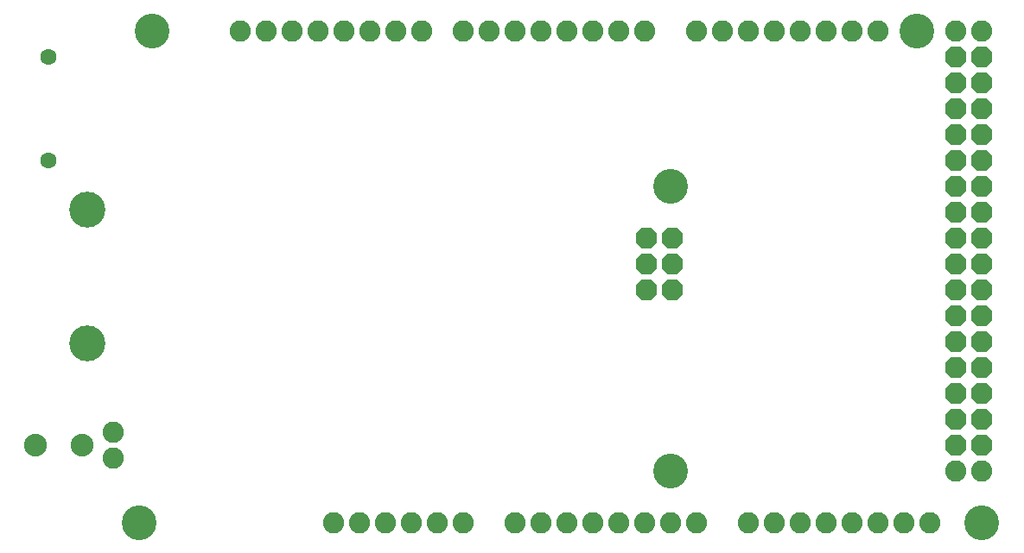
<source format=gbs>
G75*
G70*
%OFA0B0*%
%FSLAX24Y24*%
%IPPOS*%
%LPD*%
%AMOC8*
5,1,8,0,0,1.08239X$1,22.5*
%
%ADD10OC8,0.0820*%
%ADD11C,0.0820*%
%ADD12C,0.1340*%
%ADD13C,0.0880*%
%ADD14C,0.0631*%
%ADD15C,0.1390*%
D10*
X026029Y010500D03*
X027029Y010500D03*
X027029Y011500D03*
X026029Y011500D03*
X026029Y012500D03*
X027029Y012500D03*
X037979Y012500D03*
X038979Y012500D03*
X038979Y011500D03*
X037979Y011500D03*
X037979Y010500D03*
X038979Y010500D03*
X038979Y009500D03*
X037979Y009500D03*
X037979Y008500D03*
X038979Y008500D03*
X038979Y007500D03*
X037979Y007500D03*
X037979Y006500D03*
X038979Y006500D03*
X038979Y005500D03*
X037979Y005500D03*
X037979Y004500D03*
X038979Y004500D03*
X038979Y013500D03*
X037979Y013500D03*
X037979Y014500D03*
X038979Y014500D03*
X038979Y015500D03*
X037979Y015500D03*
X037979Y016500D03*
X038979Y016500D03*
X038979Y017500D03*
X037979Y017500D03*
X037979Y018500D03*
X038979Y018500D03*
X038979Y019500D03*
X037979Y019500D03*
D11*
X037979Y020500D03*
X038979Y020500D03*
X034979Y020500D03*
X033979Y020500D03*
X032979Y020500D03*
X031979Y020500D03*
X030979Y020500D03*
X029979Y020500D03*
X028979Y020500D03*
X027979Y020500D03*
X025979Y020500D03*
X024979Y020500D03*
X023979Y020500D03*
X022979Y020500D03*
X021979Y020500D03*
X020979Y020500D03*
X019979Y020500D03*
X018979Y020500D03*
X017379Y020500D03*
X016379Y020500D03*
X015379Y020500D03*
X014379Y020500D03*
X013379Y020500D03*
X012379Y020500D03*
X011379Y020500D03*
X010379Y020500D03*
X005479Y005000D03*
X005479Y004000D03*
X013979Y001500D03*
X014979Y001500D03*
X015979Y001500D03*
X016979Y001500D03*
X017979Y001500D03*
X018979Y001500D03*
X020979Y001500D03*
X021979Y001500D03*
X022979Y001500D03*
X023979Y001500D03*
X024979Y001500D03*
X025979Y001500D03*
X026979Y001500D03*
X027979Y001500D03*
X029979Y001500D03*
X030979Y001500D03*
X031979Y001500D03*
X032979Y001500D03*
X033979Y001500D03*
X034979Y001500D03*
X035979Y001500D03*
X036979Y001500D03*
X037979Y003500D03*
X038979Y003500D03*
D12*
X006479Y001500D03*
X026979Y003500D03*
X038979Y001500D03*
X026979Y014500D03*
X036479Y020500D03*
X006979Y020500D03*
D13*
X004279Y004500D03*
X002479Y004500D03*
D14*
X002979Y015500D03*
X002979Y019500D03*
D15*
X004479Y013585D03*
X004479Y008415D03*
M02*

</source>
